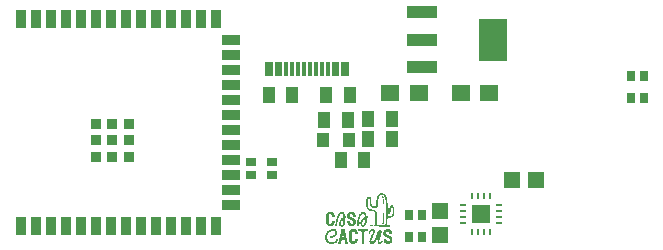
<source format=gtp>
G04 #@! TF.GenerationSoftware,KiCad,Pcbnew,8.0.8-8.0.8-0~ubuntu22.04.1*
G04 #@! TF.CreationDate,2025-02-19T20:45:30+01:00*
G04 #@! TF.ProjectId,kicad_makespace_tutorial,6b696361-645f-46d6-916b-657370616365,v1*
G04 #@! TF.SameCoordinates,Original*
G04 #@! TF.FileFunction,Paste,Top*
G04 #@! TF.FilePolarity,Positive*
%FSLAX46Y46*%
G04 Gerber Fmt 4.6, Leading zero omitted, Abs format (unit mm)*
G04 Created by KiCad (PCBNEW 8.0.8-8.0.8-0~ubuntu22.04.1) date 2025-02-19 20:45:30*
%MOMM*%
%LPD*%
G01*
G04 APERTURE LIST*
%ADD10C,0.000000*%
%ADD11R,0.700000X0.900000*%
%ADD12R,0.900000X0.700000*%
%ADD13R,1.130000X1.380000*%
%ADD14R,0.900000X1.500000*%
%ADD15R,1.500000X0.900000*%
%ADD16R,0.900000X0.900000*%
%ADD17R,1.500000X1.360000*%
%ADD18R,1.000000X1.250000*%
%ADD19R,2.500000X1.100000*%
%ADD20R,2.340000X3.600000*%
%ADD21R,0.300000X1.300000*%
%ADD22R,1.410000X1.350000*%
%ADD23R,1.350000X1.410000*%
%ADD24R,0.600000X0.250000*%
%ADD25R,0.250000X0.600000*%
%ADD26R,1.500000X1.500000*%
%ADD27R,1.000000X1.400000*%
G04 APERTURE END LIST*
D10*
G04 #@! TO.C,G\u002A\u002A\u002A*
G36*
X37732384Y-19674971D02*
G01*
X37753902Y-19675525D01*
X37768439Y-19676998D01*
X37778433Y-19679837D01*
X37786319Y-19684491D01*
X37794536Y-19691410D01*
X37795400Y-19692182D01*
X37807852Y-19705224D01*
X37813466Y-19718386D01*
X37814759Y-19737126D01*
X37813417Y-19756108D01*
X37807713Y-19769222D01*
X37795400Y-19782069D01*
X37787030Y-19789221D01*
X37779215Y-19794066D01*
X37769520Y-19797055D01*
X37755506Y-19798635D01*
X37734738Y-19799256D01*
X37704777Y-19799366D01*
X37701447Y-19799366D01*
X37626852Y-19799366D01*
X37606698Y-19779212D01*
X37593008Y-19762816D01*
X37587229Y-19747160D01*
X37586544Y-19737126D01*
X37589031Y-19719741D01*
X37598106Y-19704376D01*
X37606698Y-19695039D01*
X37626852Y-19674885D01*
X37701447Y-19674885D01*
X37732384Y-19674971D01*
G37*
G36*
X38696198Y-17244416D02*
G01*
X38713945Y-17253669D01*
X38727243Y-17270476D01*
X38736783Y-17295969D01*
X38743262Y-17331282D01*
X38746199Y-17360530D01*
X38747558Y-17390767D01*
X38745430Y-17412186D01*
X38738874Y-17427546D01*
X38726945Y-17439609D01*
X38716866Y-17446382D01*
X38701857Y-17454232D01*
X38688497Y-17456615D01*
X38670715Y-17454455D01*
X38667596Y-17453856D01*
X38648469Y-17444540D01*
X38634394Y-17424935D01*
X38625207Y-17394781D01*
X38623282Y-17382927D01*
X38618352Y-17346620D01*
X38615005Y-17320108D01*
X38613328Y-17301427D01*
X38613408Y-17288611D01*
X38615330Y-17279695D01*
X38619180Y-17272715D01*
X38625044Y-17265705D01*
X38628590Y-17261764D01*
X38642239Y-17248649D01*
X38655635Y-17242835D01*
X38673305Y-17241583D01*
X38696198Y-17244416D01*
G37*
G36*
X38707475Y-17506270D02*
G01*
X38729697Y-17511240D01*
X38736004Y-17513994D01*
X38746042Y-17519973D01*
X38754155Y-17527303D01*
X38760581Y-17537267D01*
X38765561Y-17551147D01*
X38769333Y-17570224D01*
X38772136Y-17595780D01*
X38774210Y-17629096D01*
X38775793Y-17671456D01*
X38777126Y-17724139D01*
X38777376Y-17735680D01*
X38778390Y-17789266D01*
X38778837Y-17832266D01*
X38778609Y-17865942D01*
X38777602Y-17891553D01*
X38775709Y-17910362D01*
X38772825Y-17923628D01*
X38768843Y-17932612D01*
X38763657Y-17938576D01*
X38760106Y-17941117D01*
X38741065Y-17948220D01*
X38717518Y-17951023D01*
X38697497Y-17948996D01*
X38680421Y-17941417D01*
X38667859Y-17931633D01*
X38664435Y-17927050D01*
X38661706Y-17920778D01*
X38659549Y-17911404D01*
X38657842Y-17897515D01*
X38656462Y-17877700D01*
X38655286Y-17850547D01*
X38654193Y-17814643D01*
X38653061Y-17768576D01*
X38652822Y-17758159D01*
X38651683Y-17714425D01*
X38650351Y-17673528D01*
X38648905Y-17637288D01*
X38647425Y-17607521D01*
X38645992Y-17586045D01*
X38644734Y-17574915D01*
X38643951Y-17551315D01*
X38649932Y-17529695D01*
X38661351Y-17514070D01*
X38665801Y-17511065D01*
X38684241Y-17506131D01*
X38707475Y-17506270D01*
G37*
G36*
X38748409Y-18640309D02*
G01*
X38770063Y-18646713D01*
X38787866Y-18657502D01*
X38795417Y-18666496D01*
X38797089Y-18675472D01*
X38798538Y-18694660D01*
X38799751Y-18722416D01*
X38800717Y-18757099D01*
X38801422Y-18797066D01*
X38801853Y-18840675D01*
X38801999Y-18886283D01*
X38801846Y-18932249D01*
X38801381Y-18976930D01*
X38800593Y-19018684D01*
X38799467Y-19055868D01*
X38798581Y-19076192D01*
X38796943Y-19107113D01*
X38794845Y-19144436D01*
X38792405Y-19186244D01*
X38789743Y-19230624D01*
X38786979Y-19275659D01*
X38784233Y-19319433D01*
X38781623Y-19360030D01*
X38779269Y-19395537D01*
X38777292Y-19424035D01*
X38775810Y-19443611D01*
X38775274Y-19449635D01*
X38773434Y-19468947D01*
X38771098Y-19494745D01*
X38768746Y-19521700D01*
X38768573Y-19523730D01*
X38764255Y-19558096D01*
X38757472Y-19582699D01*
X38747308Y-19599529D01*
X38732846Y-19610578D01*
X38727414Y-19613112D01*
X38700646Y-19620577D01*
X38677461Y-19618238D01*
X38665415Y-19612935D01*
X38656342Y-19606997D01*
X38649657Y-19599570D01*
X38645185Y-19589091D01*
X38642754Y-19573999D01*
X38642191Y-19552732D01*
X38643323Y-19523728D01*
X38645977Y-19485427D01*
X38648209Y-19457568D01*
X38659769Y-19302916D01*
X38668245Y-19156751D01*
X38673772Y-19016149D01*
X38676487Y-18878189D01*
X38676728Y-18846544D01*
X38677090Y-18804314D01*
X38677676Y-18765642D01*
X38678440Y-18732219D01*
X38679337Y-18705736D01*
X38680319Y-18687883D01*
X38681247Y-18680570D01*
X38693599Y-18660630D01*
X38712700Y-18645577D01*
X38727607Y-18640120D01*
X38748409Y-18640309D01*
G37*
G36*
X36888703Y-20043519D02*
G01*
X36968989Y-20043723D01*
X37000366Y-20043839D01*
X37387968Y-20045364D01*
X37389587Y-20143170D01*
X37391206Y-20240976D01*
X37271034Y-20240344D01*
X37233691Y-20240383D01*
X37199751Y-20240862D01*
X37171241Y-20241717D01*
X37150190Y-20242884D01*
X37138623Y-20244298D01*
X37137755Y-20244555D01*
X37126084Y-20254428D01*
X37119443Y-20268899D01*
X37118659Y-20277812D01*
X37117981Y-20297689D01*
X37117415Y-20327640D01*
X37116964Y-20366772D01*
X37116633Y-20414196D01*
X37116425Y-20469020D01*
X37116345Y-20530354D01*
X37116397Y-20597306D01*
X37116585Y-20668985D01*
X37116913Y-20744502D01*
X37117082Y-20775038D01*
X37117585Y-20862304D01*
X37117998Y-20938473D01*
X37118308Y-21004304D01*
X37118502Y-21060554D01*
X37118568Y-21107984D01*
X37118491Y-21147350D01*
X37118260Y-21179411D01*
X37117861Y-21204926D01*
X37117282Y-21224653D01*
X37116509Y-21239350D01*
X37115529Y-21249776D01*
X37114330Y-21256689D01*
X37112898Y-21260847D01*
X37111220Y-21263010D01*
X37109284Y-21263935D01*
X37108718Y-21264070D01*
X37099377Y-21264751D01*
X37080306Y-21265178D01*
X37053626Y-21265336D01*
X37021461Y-21265213D01*
X36989333Y-21264845D01*
X36950932Y-21263965D01*
X36919588Y-21262624D01*
X36896604Y-21260910D01*
X36883285Y-21258913D01*
X36880412Y-21257435D01*
X36878303Y-21246175D01*
X36878189Y-21245714D01*
X36877953Y-21239005D01*
X36877710Y-21221330D01*
X36877465Y-21193578D01*
X36877223Y-21156637D01*
X36876986Y-21111397D01*
X36876759Y-21058746D01*
X36876547Y-20999574D01*
X36876352Y-20934769D01*
X36876179Y-20865221D01*
X36876032Y-20791818D01*
X36875967Y-20751888D01*
X36875805Y-20662613D01*
X36875602Y-20584470D01*
X36875342Y-20516734D01*
X36875014Y-20458680D01*
X36874603Y-20409585D01*
X36874097Y-20368723D01*
X36873482Y-20335372D01*
X36872745Y-20308805D01*
X36871873Y-20288301D01*
X36870852Y-20273133D01*
X36869669Y-20262578D01*
X36868311Y-20255912D01*
X36866819Y-20252483D01*
X36863221Y-20248606D01*
X36857787Y-20245667D01*
X36848916Y-20243504D01*
X36835008Y-20241956D01*
X36814464Y-20240860D01*
X36785682Y-20240056D01*
X36747061Y-20239382D01*
X36735191Y-20239208D01*
X36690759Y-20238265D01*
X36654417Y-20236859D01*
X36627164Y-20235053D01*
X36610000Y-20232907D01*
X36604298Y-20231073D01*
X36600922Y-20222437D01*
X36598432Y-20204653D01*
X36596822Y-20180395D01*
X36596086Y-20152338D01*
X36596218Y-20123156D01*
X36597214Y-20095522D01*
X36599066Y-20072112D01*
X36601768Y-20055598D01*
X36604695Y-20049010D01*
X36610175Y-20047568D01*
X36623201Y-20046356D01*
X36644289Y-20045366D01*
X36673955Y-20044592D01*
X36712714Y-20044027D01*
X36761081Y-20043664D01*
X36819572Y-20043497D01*
X36888703Y-20043519D01*
G37*
G36*
X34264628Y-18552646D02*
G01*
X34302635Y-18555603D01*
X34333621Y-18560728D01*
X34341153Y-18562729D01*
X34400953Y-18586455D01*
X34454207Y-18619334D01*
X34499992Y-18660440D01*
X34537389Y-18708845D01*
X34565474Y-18763623D01*
X34577957Y-18800929D01*
X34582023Y-18820996D01*
X34585906Y-18849079D01*
X34589147Y-18881343D01*
X34591181Y-18911700D01*
X34594869Y-18987277D01*
X34478856Y-18987277D01*
X34362844Y-18987277D01*
X34359089Y-18947266D01*
X34351341Y-18891068D01*
X34339418Y-18845389D01*
X34322931Y-18809517D01*
X34301492Y-18782736D01*
X34274713Y-18764333D01*
X34255663Y-18756937D01*
X34217622Y-18750993D01*
X34182388Y-18756120D01*
X34151113Y-18771651D01*
X34124946Y-18796918D01*
X34105040Y-18831254D01*
X34098948Y-18847823D01*
X34093403Y-18867844D01*
X34088854Y-18890250D01*
X34085214Y-18916330D01*
X34082402Y-18947369D01*
X34080331Y-18984654D01*
X34078918Y-19029471D01*
X34078079Y-19083109D01*
X34077729Y-19146853D01*
X34077707Y-19172123D01*
X34077894Y-19237740D01*
X34078514Y-19292883D01*
X34079669Y-19338925D01*
X34081458Y-19377244D01*
X34083985Y-19409213D01*
X34087349Y-19436209D01*
X34091652Y-19459607D01*
X34096996Y-19480783D01*
X34101489Y-19495259D01*
X34115327Y-19530461D01*
X34130918Y-19556187D01*
X34149983Y-19574818D01*
X34166335Y-19584921D01*
X34184927Y-19593054D01*
X34202741Y-19596508D01*
X34225526Y-19596288D01*
X34229738Y-19595999D01*
X34255071Y-19592339D01*
X34277320Y-19585966D01*
X34286030Y-19581909D01*
X34311138Y-19560406D01*
X34330778Y-19528480D01*
X34344896Y-19486257D01*
X34353436Y-19433859D01*
X34354121Y-19426456D01*
X34356587Y-19402264D01*
X34360393Y-19384878D01*
X34367315Y-19373180D01*
X34379130Y-19366049D01*
X34397615Y-19362367D01*
X34424545Y-19361013D01*
X34458224Y-19360861D01*
X34504737Y-19361692D01*
X34540306Y-19364076D01*
X34565756Y-19368130D01*
X34581914Y-19373974D01*
X34588396Y-19379556D01*
X34590786Y-19389608D01*
X34591626Y-19408648D01*
X34591091Y-19433938D01*
X34589355Y-19462737D01*
X34586593Y-19492304D01*
X34582979Y-19519899D01*
X34578687Y-19542783D01*
X34577778Y-19546494D01*
X34556997Y-19604711D01*
X34526857Y-19656374D01*
X34488202Y-19700968D01*
X34441875Y-19737980D01*
X34388718Y-19766894D01*
X34329576Y-19787196D01*
X34265291Y-19798371D01*
X34196706Y-19799904D01*
X34166479Y-19797513D01*
X34101452Y-19784965D01*
X34042215Y-19762484D01*
X33989507Y-19730714D01*
X33944067Y-19690302D01*
X33906633Y-19641892D01*
X33877943Y-19586130D01*
X33860084Y-19529658D01*
X33857705Y-19517773D01*
X33855710Y-19503546D01*
X33854058Y-19485835D01*
X33852708Y-19463502D01*
X33851619Y-19435405D01*
X33850749Y-19400406D01*
X33850059Y-19357364D01*
X33849507Y-19305139D01*
X33849053Y-19242591D01*
X33848911Y-19218456D01*
X33848589Y-19138701D01*
X33848608Y-19069800D01*
X33849017Y-19010756D01*
X33849864Y-18960572D01*
X33851197Y-18918251D01*
X33853063Y-18882795D01*
X33855510Y-18853207D01*
X33858586Y-18828490D01*
X33862340Y-18807646D01*
X33866818Y-18789678D01*
X33869986Y-18779525D01*
X33894379Y-18725206D01*
X33928633Y-18676452D01*
X33971697Y-18634202D01*
X34022517Y-18599395D01*
X34080040Y-18572970D01*
X34113367Y-18562556D01*
X34143969Y-18556812D01*
X34181746Y-18553248D01*
X34223149Y-18551860D01*
X34264628Y-18552646D01*
G37*
G36*
X36238080Y-20023654D02*
G01*
X36302962Y-20037767D01*
X36361073Y-20060990D01*
X36411969Y-20093077D01*
X36455204Y-20133783D01*
X36490336Y-20182863D01*
X36501292Y-20203301D01*
X36520855Y-20249068D01*
X36533834Y-20295027D01*
X36541012Y-20344854D01*
X36543174Y-20399541D01*
X36543277Y-20463263D01*
X36427502Y-20463263D01*
X36385109Y-20463069D01*
X36353396Y-20462438D01*
X36331195Y-20461297D01*
X36317335Y-20459571D01*
X36310648Y-20457188D01*
X36309659Y-20455854D01*
X36307984Y-20446874D01*
X36305309Y-20429352D01*
X36302115Y-20406511D01*
X36300924Y-20397546D01*
X36292387Y-20347080D01*
X36280919Y-20307078D01*
X36265685Y-20276339D01*
X36245850Y-20253658D01*
X36220579Y-20237833D01*
X36189036Y-20227660D01*
X36182028Y-20226221D01*
X36144898Y-20224730D01*
X36110791Y-20234007D01*
X36081481Y-20253032D01*
X36058739Y-20280784D01*
X36048241Y-20303239D01*
X36041661Y-20322503D01*
X36036207Y-20340795D01*
X36031772Y-20359444D01*
X36028253Y-20379778D01*
X36025544Y-20403124D01*
X36023542Y-20430809D01*
X36022142Y-20464163D01*
X36021239Y-20504511D01*
X36020728Y-20553183D01*
X36020506Y-20611506D01*
X36020466Y-20655912D01*
X36020555Y-20723799D01*
X36020930Y-20781067D01*
X36021708Y-20828952D01*
X36023006Y-20868690D01*
X36024941Y-20901516D01*
X36027629Y-20928667D01*
X36031187Y-20951377D01*
X36035732Y-20970882D01*
X36041381Y-20988418D01*
X36048250Y-21005220D01*
X36054790Y-21019143D01*
X36075833Y-21049736D01*
X36104128Y-21071377D01*
X36138689Y-21083640D01*
X36178527Y-21086097D01*
X36202516Y-21083080D01*
X36227009Y-21073175D01*
X36250551Y-21054303D01*
X36270315Y-21029199D01*
X36281433Y-21006665D01*
X36286684Y-20991563D01*
X36290818Y-20976814D01*
X36294380Y-20959640D01*
X36297913Y-20937265D01*
X36301963Y-20906913D01*
X36303712Y-20893018D01*
X36307013Y-20874312D01*
X36311251Y-20860065D01*
X36313443Y-20855971D01*
X36319712Y-20852982D01*
X36333673Y-20850827D01*
X36356444Y-20849427D01*
X36389141Y-20848705D01*
X36419291Y-20848561D01*
X36455996Y-20848638D01*
X36482725Y-20849015D01*
X36501361Y-20849910D01*
X36513782Y-20851541D01*
X36521870Y-20854126D01*
X36527505Y-20857883D01*
X36531191Y-20861534D01*
X36538768Y-20873211D01*
X36542697Y-20889826D01*
X36543878Y-20910437D01*
X36541820Y-20975265D01*
X36532864Y-21031878D01*
X36516321Y-21082158D01*
X36491503Y-21127987D01*
X36457721Y-21171248D01*
X36442744Y-21187049D01*
X36396415Y-21227151D01*
X36346594Y-21256797D01*
X36290889Y-21277278D01*
X36263445Y-21283811D01*
X36222807Y-21289591D01*
X36176394Y-21292171D01*
X36128987Y-21291550D01*
X36085365Y-21287723D01*
X36063137Y-21283917D01*
X36004145Y-21265571D01*
X35949549Y-21237388D01*
X35900927Y-21200570D01*
X35859862Y-21156316D01*
X35827933Y-21105826D01*
X35827524Y-21105012D01*
X35815531Y-21078961D01*
X35806155Y-21053044D01*
X35798921Y-21024932D01*
X35793354Y-20992298D01*
X35788977Y-20952813D01*
X35785313Y-20904148D01*
X35784800Y-20895982D01*
X35783385Y-20864173D01*
X35782387Y-20823005D01*
X35781785Y-20774494D01*
X35781561Y-20720653D01*
X35781695Y-20663498D01*
X35782168Y-20605041D01*
X35782961Y-20547297D01*
X35784055Y-20492280D01*
X35785429Y-20442005D01*
X35787066Y-20398485D01*
X35788945Y-20363736D01*
X35790035Y-20349541D01*
X35800322Y-20281866D01*
X35818599Y-20222679D01*
X35845263Y-20171364D01*
X35880710Y-20127304D01*
X35925337Y-20089883D01*
X35976421Y-20060008D01*
X36025623Y-20039409D01*
X36075836Y-20026295D01*
X36130737Y-20019870D01*
X36166871Y-20018895D01*
X36238080Y-20023654D01*
G37*
G36*
X34557737Y-20022888D02*
G01*
X34615112Y-20038136D01*
X34665190Y-20061106D01*
X34709226Y-20092325D01*
X34734950Y-20117019D01*
X34772158Y-20164982D01*
X34798993Y-20217388D01*
X34815502Y-20273035D01*
X34821734Y-20330717D01*
X34817739Y-20389233D01*
X34803566Y-20447376D01*
X34779264Y-20503944D01*
X34744881Y-20557732D01*
X34715604Y-20592280D01*
X34662329Y-20640138D01*
X34599729Y-20680771D01*
X34527914Y-20714136D01*
X34446992Y-20740191D01*
X34357071Y-20758891D01*
X34271503Y-20769153D01*
X34225564Y-20773000D01*
X34225564Y-20714107D01*
X34225964Y-20684942D01*
X34228186Y-20663006D01*
X34233759Y-20646868D01*
X34244214Y-20635096D01*
X34261080Y-20626258D01*
X34285889Y-20618923D01*
X34320170Y-20611660D01*
X34338924Y-20608066D01*
X34403922Y-20592769D01*
X34460099Y-20572624D01*
X34509957Y-20546300D01*
X34555996Y-20512463D01*
X34600718Y-20469780D01*
X34602972Y-20467381D01*
X34633218Y-20428651D01*
X34651713Y-20389448D01*
X34658561Y-20349297D01*
X34653867Y-20307726D01*
X34644395Y-20279035D01*
X34622574Y-20237564D01*
X34594880Y-20205664D01*
X34560768Y-20183059D01*
X34519691Y-20169476D01*
X34471102Y-20164639D01*
X34422498Y-20167308D01*
X34391581Y-20171666D01*
X34358380Y-20177748D01*
X34329617Y-20184310D01*
X34327279Y-20184935D01*
X34258947Y-20209575D01*
X34194554Y-20244831D01*
X34134920Y-20289879D01*
X34080862Y-20343898D01*
X34033201Y-20406065D01*
X33992755Y-20475558D01*
X33960344Y-20551554D01*
X33959406Y-20554206D01*
X33951082Y-20578394D01*
X33945287Y-20597633D01*
X33941563Y-20615082D01*
X33939454Y-20633899D01*
X33938503Y-20657241D01*
X33938251Y-20688266D01*
X33938243Y-20700370D01*
X33938365Y-20734505D01*
X33939039Y-20759951D01*
X33940726Y-20779874D01*
X33943886Y-20797440D01*
X33948981Y-20815816D01*
X33956472Y-20838167D01*
X33959618Y-20847153D01*
X33989335Y-20917925D01*
X34025500Y-20979920D01*
X34067694Y-21032668D01*
X34115500Y-21075701D01*
X34168498Y-21108547D01*
X34206639Y-21124599D01*
X34272382Y-21141730D01*
X34339559Y-21148479D01*
X34406496Y-21145138D01*
X34471520Y-21132000D01*
X34532957Y-21109357D01*
X34589134Y-21077501D01*
X34622043Y-21051988D01*
X34660383Y-21012973D01*
X34696615Y-20965695D01*
X34728091Y-20913731D01*
X34736331Y-20897516D01*
X34747239Y-20875699D01*
X34756587Y-20858237D01*
X34762974Y-20847696D01*
X34764583Y-20845843D01*
X34771798Y-20846331D01*
X34787739Y-20849858D01*
X34809855Y-20855803D01*
X34829305Y-20861581D01*
X34858202Y-20870785D01*
X34877004Y-20878746D01*
X34886927Y-20887782D01*
X34889183Y-20900212D01*
X34884986Y-20918352D01*
X34875552Y-20944522D01*
X34874377Y-20947641D01*
X34844141Y-21011771D01*
X34803745Y-21072236D01*
X34754627Y-21127834D01*
X34698222Y-21177363D01*
X34635970Y-21219619D01*
X34569305Y-21253402D01*
X34499666Y-21277509D01*
X34472364Y-21283957D01*
X34424981Y-21291191D01*
X34372426Y-21295090D01*
X34319633Y-21295504D01*
X34271534Y-21292286D01*
X34257823Y-21290446D01*
X34178215Y-21272286D01*
X34103265Y-21243540D01*
X34033807Y-21204843D01*
X33970675Y-21156831D01*
X33914704Y-21100139D01*
X33866726Y-21035403D01*
X33827577Y-20963259D01*
X33827141Y-20962299D01*
X33801988Y-20893767D01*
X33785302Y-20819240D01*
X33777186Y-20741127D01*
X33777748Y-20661839D01*
X33787092Y-20583787D01*
X33805325Y-20509380D01*
X33807075Y-20503947D01*
X33838315Y-20426094D01*
X33878960Y-20352703D01*
X33927974Y-20284514D01*
X33984319Y-20222269D01*
X34046959Y-20166708D01*
X34114857Y-20118572D01*
X34186976Y-20078602D01*
X34262278Y-20047538D01*
X34339727Y-20026122D01*
X34418285Y-20015094D01*
X34491814Y-20014835D01*
X34557737Y-20022888D01*
G37*
G36*
X35329831Y-20042442D02*
G01*
X35359475Y-20042697D01*
X35380750Y-20043353D01*
X35395399Y-20044600D01*
X35405168Y-20046629D01*
X35411798Y-20049629D01*
X35417033Y-20053791D01*
X35419844Y-20056538D01*
X35430405Y-20071396D01*
X35439267Y-20090960D01*
X35441002Y-20096549D01*
X35443071Y-20104777D01*
X35447695Y-20123563D01*
X35454642Y-20151944D01*
X35463678Y-20188956D01*
X35474568Y-20233636D01*
X35487078Y-20285020D01*
X35500975Y-20342144D01*
X35516025Y-20404045D01*
X35531994Y-20469759D01*
X35548648Y-20538323D01*
X35565754Y-20608772D01*
X35583077Y-20680142D01*
X35600383Y-20751472D01*
X35617439Y-20821795D01*
X35634010Y-20890150D01*
X35649864Y-20955572D01*
X35664765Y-21017098D01*
X35678481Y-21073763D01*
X35690777Y-21124605D01*
X35701419Y-21168660D01*
X35710174Y-21204963D01*
X35716808Y-21232552D01*
X35721086Y-21250462D01*
X35722408Y-21256087D01*
X35725486Y-21269424D01*
X35610703Y-21269424D01*
X35570748Y-21269338D01*
X35540959Y-21268978D01*
X35519648Y-21268194D01*
X35505127Y-21266835D01*
X35495707Y-21264752D01*
X35489699Y-21261794D01*
X35485856Y-21258304D01*
X35480687Y-21247614D01*
X35474087Y-21225588D01*
X35466162Y-21192647D01*
X35457019Y-21149209D01*
X35452548Y-21126414D01*
X35442765Y-21075652D01*
X35434899Y-21035265D01*
X35428626Y-21003984D01*
X35423621Y-20980544D01*
X35419560Y-20963678D01*
X35416120Y-20952117D01*
X35412974Y-20944596D01*
X35409800Y-20939846D01*
X35406272Y-20936602D01*
X35403433Y-20934557D01*
X35395548Y-20930892D01*
X35382877Y-20928323D01*
X35363620Y-20926693D01*
X35335979Y-20925845D01*
X35301433Y-20925621D01*
X35262436Y-20925876D01*
X35233570Y-20927108D01*
X35213118Y-20930013D01*
X35199359Y-20935286D01*
X35190573Y-20943626D01*
X35185041Y-20955728D01*
X35181043Y-20972289D01*
X35180592Y-20974573D01*
X35177626Y-20989828D01*
X35172860Y-21014431D01*
X35166739Y-21046088D01*
X35159705Y-21082504D01*
X35152203Y-21121386D01*
X35150518Y-21130125D01*
X35141342Y-21176262D01*
X35133659Y-21211562D01*
X35127237Y-21236916D01*
X35121848Y-21253218D01*
X35117261Y-21261358D01*
X35116517Y-21262015D01*
X35108493Y-21264874D01*
X35092536Y-21266986D01*
X35067647Y-21268408D01*
X35032827Y-21269201D01*
X34991420Y-21269424D01*
X34876321Y-21269424D01*
X34880437Y-21253123D01*
X34882495Y-21244734D01*
X34887105Y-21225799D01*
X34894028Y-21197293D01*
X34903029Y-21160194D01*
X34913870Y-21115479D01*
X34926315Y-21064123D01*
X34940127Y-21007103D01*
X34955069Y-20945397D01*
X34970905Y-20879979D01*
X34981378Y-20836706D01*
X34998152Y-20767390D01*
X35008633Y-20724080D01*
X35229259Y-20724080D01*
X35301289Y-20724080D01*
X35373319Y-20724080D01*
X35340593Y-20552094D01*
X35331021Y-20502925D01*
X35322393Y-20460863D01*
X35314922Y-20426834D01*
X35308820Y-20401767D01*
X35304299Y-20386589D01*
X35301686Y-20382166D01*
X35297906Y-20388531D01*
X35292973Y-20403847D01*
X35287705Y-20425375D01*
X35285303Y-20437081D01*
X35280854Y-20460046D01*
X35274699Y-20491691D01*
X35267413Y-20529065D01*
X35259573Y-20569215D01*
X35252180Y-20607009D01*
X35229259Y-20724080D01*
X35008633Y-20724080D01*
X35014555Y-20699610D01*
X35030302Y-20634544D01*
X35045108Y-20573371D01*
X35058687Y-20517269D01*
X35070753Y-20467418D01*
X35081023Y-20424995D01*
X35089209Y-20391180D01*
X35095028Y-20367151D01*
X35096874Y-20359529D01*
X35105168Y-20325264D01*
X35115155Y-20283941D01*
X35125757Y-20240031D01*
X35135893Y-20198003D01*
X35139108Y-20184664D01*
X35147383Y-20150443D01*
X35155129Y-20118646D01*
X35161737Y-20091758D01*
X35166597Y-20072264D01*
X35168558Y-20064629D01*
X35174446Y-20042400D01*
X35290076Y-20042400D01*
X35329831Y-20042442D01*
G37*
G36*
X36081390Y-18550042D02*
G01*
X36152193Y-18567288D01*
X36209416Y-18590021D01*
X36251744Y-18613828D01*
X36286953Y-18642872D01*
X36315554Y-18678127D01*
X36338054Y-18720568D01*
X36354963Y-18771169D01*
X36366789Y-18830903D01*
X36374041Y-18900745D01*
X36374384Y-18905945D01*
X36375948Y-18937905D01*
X36375793Y-18959762D01*
X36373848Y-18973155D01*
X36371231Y-18978559D01*
X36366238Y-18981935D01*
X36356636Y-18984353D01*
X36340778Y-18985953D01*
X36317020Y-18986872D01*
X36283716Y-18987248D01*
X36267345Y-18987277D01*
X36231469Y-18987225D01*
X36205549Y-18986896D01*
X36187684Y-18986036D01*
X36175976Y-18984387D01*
X36168526Y-18981694D01*
X36163433Y-18977701D01*
X36159231Y-18972704D01*
X36151029Y-18955594D01*
X36144227Y-18927060D01*
X36141042Y-18906026D01*
X36131067Y-18855783D01*
X36115296Y-18815718D01*
X36093496Y-18785541D01*
X36065435Y-18764961D01*
X36030879Y-18753686D01*
X36017496Y-18751911D01*
X35977285Y-18752403D01*
X35944273Y-18762111D01*
X35917770Y-18781403D01*
X35897084Y-18810646D01*
X35893514Y-18817872D01*
X35881397Y-18856882D01*
X35880552Y-18896177D01*
X35890804Y-18933899D01*
X35906955Y-18961797D01*
X35920973Y-18975327D01*
X35945684Y-18992757D01*
X35980672Y-19013846D01*
X36025524Y-19038352D01*
X36079824Y-19066033D01*
X36116486Y-19083930D01*
X36149453Y-19100359D01*
X36182969Y-19118030D01*
X36213482Y-19135011D01*
X36237439Y-19149370D01*
X36240967Y-19151648D01*
X36294659Y-19193224D01*
X36338203Y-19240432D01*
X36371332Y-19292643D01*
X36393779Y-19349230D01*
X36405276Y-19409565D01*
X36405559Y-19473018D01*
X36398262Y-19522218D01*
X36387450Y-19558272D01*
X36370339Y-19598160D01*
X36349148Y-19637470D01*
X36326099Y-19671789D01*
X36317879Y-19681951D01*
X36292333Y-19706846D01*
X36259430Y-19731970D01*
X36223276Y-19754543D01*
X36187981Y-19771786D01*
X36181196Y-19774421D01*
X36136404Y-19786980D01*
X36084810Y-19795046D01*
X36030692Y-19798343D01*
X35978328Y-19796596D01*
X35935351Y-19790289D01*
X35872698Y-19771383D01*
X35818387Y-19744085D01*
X35772497Y-19708505D01*
X35735109Y-19664754D01*
X35706303Y-19612942D01*
X35686160Y-19553180D01*
X35674760Y-19485579D01*
X35671990Y-19427614D01*
X35672257Y-19401243D01*
X35673442Y-19384270D01*
X35675985Y-19374249D01*
X35680326Y-19368732D01*
X35682860Y-19367133D01*
X35692427Y-19365105D01*
X35711474Y-19363429D01*
X35737630Y-19362231D01*
X35768523Y-19361643D01*
X35784248Y-19361614D01*
X35822707Y-19361903D01*
X35850993Y-19363090D01*
X35870793Y-19366157D01*
X35883788Y-19372085D01*
X35891663Y-19381857D01*
X35896101Y-19396452D01*
X35898786Y-19416853D01*
X35899952Y-19429056D01*
X35908269Y-19480610D01*
X35922587Y-19522655D01*
X35942754Y-19554883D01*
X35968618Y-19576983D01*
X35973685Y-19579769D01*
X36012123Y-19593517D01*
X36049879Y-19596308D01*
X36085381Y-19589003D01*
X36117052Y-19572467D01*
X36143320Y-19547563D01*
X36162610Y-19515153D01*
X36173348Y-19476103D01*
X36174111Y-19469851D01*
X36175045Y-19448386D01*
X36171838Y-19430320D01*
X36163284Y-19409465D01*
X36161719Y-19406231D01*
X36151652Y-19389012D01*
X36138135Y-19372572D01*
X36119867Y-19355928D01*
X36095549Y-19338100D01*
X36063880Y-19318106D01*
X36023562Y-19294963D01*
X35990331Y-19276814D01*
X35955939Y-19258301D01*
X35919771Y-19238839D01*
X35885519Y-19220415D01*
X35856874Y-19205013D01*
X35849741Y-19201180D01*
X35790115Y-19165876D01*
X35741562Y-19129542D01*
X35703301Y-19091082D01*
X35674552Y-19049402D01*
X35654533Y-19003407D01*
X35642463Y-18952001D01*
X35637914Y-18904290D01*
X35639741Y-18837096D01*
X35651430Y-18776479D01*
X35672962Y-18722468D01*
X35704318Y-18675091D01*
X35745479Y-18634376D01*
X35796426Y-18600350D01*
X35857140Y-18573042D01*
X35867900Y-18569250D01*
X35939047Y-18551011D01*
X36010276Y-18544613D01*
X36081390Y-18550042D01*
G37*
G36*
X39147084Y-20018862D02*
G01*
X39215855Y-20030326D01*
X39275151Y-20048691D01*
X39325321Y-20074220D01*
X39366711Y-20107177D01*
X39399671Y-20147823D01*
X39424547Y-20196423D01*
X39438321Y-20239070D01*
X39442353Y-20258795D01*
X39446780Y-20286845D01*
X39451199Y-20319788D01*
X39455204Y-20354193D01*
X39458391Y-20386629D01*
X39460356Y-20413663D01*
X39460768Y-20429590D01*
X39460095Y-20440860D01*
X39457553Y-20449288D01*
X39451633Y-20455286D01*
X39440825Y-20459266D01*
X39423619Y-20461642D01*
X39398506Y-20462824D01*
X39363975Y-20463226D01*
X39337440Y-20463263D01*
X39228504Y-20463263D01*
X39228387Y-20438071D01*
X39225591Y-20393158D01*
X39218111Y-20350115D01*
X39206680Y-20311561D01*
X39192029Y-20280112D01*
X39179312Y-20262702D01*
X39151766Y-20241281D01*
X39117799Y-20227338D01*
X39080856Y-20221774D01*
X39044381Y-20225490D01*
X39040798Y-20226433D01*
X39009161Y-20241013D01*
X38984169Y-20264187D01*
X38966579Y-20294259D01*
X38957150Y-20329532D01*
X38956641Y-20368309D01*
X38963054Y-20400335D01*
X38969148Y-20416490D01*
X38978109Y-20431547D01*
X38991015Y-20446284D01*
X39008947Y-20461477D01*
X39032982Y-20477905D01*
X39064200Y-20496345D01*
X39103680Y-20517575D01*
X39152501Y-20542373D01*
X39176990Y-20554501D01*
X39233013Y-20582564D01*
X39279427Y-20607027D01*
X39317575Y-20628828D01*
X39348799Y-20648908D01*
X39374443Y-20668205D01*
X39395850Y-20687659D01*
X39414362Y-20708210D01*
X39431321Y-20730795D01*
X39433475Y-20733919D01*
X39452968Y-20764100D01*
X39467066Y-20790915D01*
X39476598Y-20817388D01*
X39482396Y-20846542D01*
X39485289Y-20881401D01*
X39486106Y-20924988D01*
X39486107Y-20925621D01*
X39485954Y-20960565D01*
X39485186Y-20986624D01*
X39483437Y-21006764D01*
X39480343Y-21023951D01*
X39475541Y-21041154D01*
X39469854Y-21057972D01*
X39443014Y-21117998D01*
X39407776Y-21169748D01*
X39364445Y-21212938D01*
X39313327Y-21247283D01*
X39254724Y-21272496D01*
X39234432Y-21278591D01*
X39209520Y-21283406D01*
X39176433Y-21287098D01*
X39138810Y-21289518D01*
X39100291Y-21290519D01*
X39064517Y-21289951D01*
X39035126Y-21287664D01*
X39030111Y-21286952D01*
X38965734Y-21271866D01*
X38909385Y-21248180D01*
X38861168Y-21215965D01*
X38821189Y-21175291D01*
X38789552Y-21126229D01*
X38787843Y-21122863D01*
X38769854Y-21081429D01*
X38757090Y-21038280D01*
X38748755Y-20990056D01*
X38744351Y-20938945D01*
X38742686Y-20908928D01*
X38742461Y-20886410D01*
X38745103Y-20870315D01*
X38752042Y-20859569D01*
X38764706Y-20853096D01*
X38784525Y-20849818D01*
X38812927Y-20848662D01*
X38851341Y-20848551D01*
X38864401Y-20848561D01*
X38966746Y-20848561D01*
X38969811Y-20864862D01*
X38972120Y-20879794D01*
X38974826Y-20901015D01*
X38976578Y-20916729D01*
X38985618Y-20970101D01*
X39000606Y-21013260D01*
X39021604Y-21046284D01*
X39048677Y-21069252D01*
X39081887Y-21082242D01*
X39112915Y-21085504D01*
X39155697Y-21080882D01*
X39191463Y-21066808D01*
X39219997Y-21043425D01*
X39241079Y-21010873D01*
X39246034Y-20999033D01*
X39255936Y-20962250D01*
X39256011Y-20929143D01*
X39245790Y-20898041D01*
X39224803Y-20867273D01*
X39202515Y-20844156D01*
X39188626Y-20831931D01*
X39173189Y-20820153D01*
X39154589Y-20807855D01*
X39131209Y-20794070D01*
X39101433Y-20777828D01*
X39063646Y-20758162D01*
X39032573Y-20742351D01*
X38993504Y-20722367D01*
X38955694Y-20702618D01*
X38921167Y-20684192D01*
X38891947Y-20668176D01*
X38870057Y-20655659D01*
X38860990Y-20650091D01*
X38810105Y-20610730D01*
X38769335Y-20565235D01*
X38738789Y-20513831D01*
X38718574Y-20456741D01*
X38708800Y-20394191D01*
X38708852Y-20335819D01*
X38717205Y-20272615D01*
X38733560Y-20217446D01*
X38758409Y-20169170D01*
X38792244Y-20126649D01*
X38804237Y-20114828D01*
X38850909Y-20079001D01*
X38905493Y-20050750D01*
X38966440Y-20030510D01*
X39032202Y-20018714D01*
X39101229Y-20015796D01*
X39147084Y-20018862D01*
G37*
G36*
X35247219Y-18552087D02*
G01*
X35290172Y-18565680D01*
X35329364Y-18589378D01*
X35347941Y-18605835D01*
X35365567Y-18625650D01*
X35381595Y-18648742D01*
X35396641Y-18676524D01*
X35411323Y-18710412D01*
X35426256Y-18751819D01*
X35442059Y-18802160D01*
X35458209Y-18858717D01*
X35468981Y-18895550D01*
X35478534Y-18923807D01*
X35486479Y-18942428D01*
X35491774Y-18949960D01*
X35504187Y-18954303D01*
X35525898Y-18956958D01*
X35547873Y-18957639D01*
X35568275Y-18957715D01*
X35582415Y-18959151D01*
X35591335Y-18963763D01*
X35596076Y-18973365D01*
X35597678Y-18989772D01*
X35597184Y-19014798D01*
X35596009Y-19041537D01*
X35593488Y-19098761D01*
X35566092Y-19102870D01*
X35536698Y-19109783D01*
X35515258Y-19120093D01*
X35503615Y-19132894D01*
X35503250Y-19133768D01*
X35501521Y-19143114D01*
X35499431Y-19162015D01*
X35497187Y-19188185D01*
X35494994Y-19219338D01*
X35493802Y-19239203D01*
X35490835Y-19290337D01*
X35488144Y-19331956D01*
X35485503Y-19366391D01*
X35482686Y-19395971D01*
X35479466Y-19423025D01*
X35475617Y-19449885D01*
X35470913Y-19478879D01*
X35469985Y-19484345D01*
X35453066Y-19563090D01*
X35430900Y-19632220D01*
X35403657Y-19691515D01*
X35371505Y-19740757D01*
X35334614Y-19779725D01*
X35293154Y-19808202D01*
X35247292Y-19825967D01*
X35201324Y-19832663D01*
X35176296Y-19832764D01*
X35152597Y-19831279D01*
X35136748Y-19828809D01*
X35094167Y-19812123D01*
X35056000Y-19784920D01*
X35022899Y-19747927D01*
X34995513Y-19701868D01*
X34974623Y-19647901D01*
X34967690Y-19614780D01*
X34963856Y-19573908D01*
X34963297Y-19541513D01*
X35112164Y-19541513D01*
X35114316Y-19585534D01*
X35121920Y-19620511D01*
X35135555Y-19648202D01*
X35153833Y-19668682D01*
X35175224Y-19682804D01*
X35196772Y-19686175D01*
X35218287Y-19680873D01*
X35238827Y-19667672D01*
X35259184Y-19644897D01*
X35278014Y-19614773D01*
X35293973Y-19579525D01*
X35305714Y-19541378D01*
X35307496Y-19533315D01*
X35313646Y-19500877D01*
X35319884Y-19463458D01*
X35326030Y-19422657D01*
X35331904Y-19380071D01*
X35337324Y-19337299D01*
X35342110Y-19295939D01*
X35346080Y-19257590D01*
X35349055Y-19223849D01*
X35350852Y-19196315D01*
X35351292Y-19176586D01*
X35350194Y-19166260D01*
X35349155Y-19165107D01*
X35338600Y-19168500D01*
X35321443Y-19177606D01*
X35300405Y-19190821D01*
X35278210Y-19206537D01*
X35275672Y-19208459D01*
X35231645Y-19248912D01*
X35192804Y-19298175D01*
X35160297Y-19353913D01*
X35135269Y-19413791D01*
X35118868Y-19475473D01*
X35112239Y-19536624D01*
X35112164Y-19541513D01*
X34963297Y-19541513D01*
X34963080Y-19528966D01*
X34965322Y-19483632D01*
X34970538Y-19441589D01*
X34977304Y-19411105D01*
X35005747Y-19331760D01*
X35043618Y-19257290D01*
X35089995Y-19188843D01*
X35143955Y-19127568D01*
X35204577Y-19074613D01*
X35270938Y-19031125D01*
X35290953Y-19020535D01*
X35311225Y-19009704D01*
X35324771Y-18999625D01*
X35332227Y-18988009D01*
X35334229Y-18972566D01*
X35331414Y-18951009D01*
X35324419Y-18921049D01*
X35321636Y-18910218D01*
X35306412Y-18854008D01*
X35292418Y-18808401D01*
X35279072Y-18772284D01*
X35265791Y-18744542D01*
X35251994Y-18724064D01*
X35237100Y-18709734D01*
X35220526Y-18700441D01*
X35210211Y-18696999D01*
X35186396Y-18693759D01*
X35163664Y-18698083D01*
X35140028Y-18710828D01*
X35113503Y-18732852D01*
X35102701Y-18743380D01*
X35067646Y-18782300D01*
X35035549Y-18826046D01*
X35005538Y-18876153D01*
X34976744Y-18934155D01*
X34948295Y-19001585D01*
X34932354Y-19043590D01*
X34903181Y-19131567D01*
X34876712Y-19228302D01*
X34853525Y-19330892D01*
X34834192Y-19436433D01*
X34819291Y-19542022D01*
X34809396Y-19644754D01*
X34807547Y-19673560D01*
X34805308Y-19710922D01*
X34802656Y-19738064D01*
X34798407Y-19756596D01*
X34791381Y-19768129D01*
X34780394Y-19774272D01*
X34764265Y-19776638D01*
X34741811Y-19776835D01*
X34731845Y-19776683D01*
X34705766Y-19776120D01*
X34686521Y-19774312D01*
X34673157Y-19769694D01*
X34664719Y-19760702D01*
X34660251Y-19745770D01*
X34658800Y-19723335D01*
X34659411Y-19691832D01*
X34660701Y-19660066D01*
X34668957Y-19542232D01*
X34683623Y-19424351D01*
X34704289Y-19307855D01*
X34730542Y-19194173D01*
X34761970Y-19084735D01*
X34798161Y-18980973D01*
X34838702Y-18884316D01*
X34883182Y-18796194D01*
X34931189Y-18718038D01*
X34932812Y-18715669D01*
X34971569Y-18666598D01*
X35014195Y-18625614D01*
X35059601Y-18593005D01*
X35106696Y-18569059D01*
X35154391Y-18554065D01*
X35201596Y-18548312D01*
X35247219Y-18552087D01*
G37*
G36*
X37069374Y-18553673D02*
G01*
X37102250Y-18562877D01*
X37131505Y-18578034D01*
X37157743Y-18599943D01*
X37181571Y-18629401D01*
X37203595Y-18667205D01*
X37224420Y-18714155D01*
X37244651Y-18771048D01*
X37264896Y-18838683D01*
X37272290Y-18865761D01*
X37280399Y-18894124D01*
X37288476Y-18918984D01*
X37295592Y-18937684D01*
X37300821Y-18947568D01*
X37300882Y-18947636D01*
X37314801Y-18955811D01*
X37334391Y-18957460D01*
X37357090Y-18956985D01*
X37380932Y-18957040D01*
X37383522Y-18957089D01*
X37408715Y-18957639D01*
X37408715Y-19028771D01*
X37408553Y-19058982D01*
X37407883Y-19079275D01*
X37406421Y-19091585D01*
X37403888Y-19097849D01*
X37400000Y-19100000D01*
X37398341Y-19100138D01*
X37359823Y-19102272D01*
X37332936Y-19106662D01*
X37317671Y-19113309D01*
X37315453Y-19115610D01*
X37311462Y-19127255D01*
X37308607Y-19148489D01*
X37307180Y-19177079D01*
X37307137Y-19179577D01*
X37306577Y-19206957D01*
X37305794Y-19232783D01*
X37304929Y-19252616D01*
X37304658Y-19256986D01*
X37303557Y-19273477D01*
X37302015Y-19297704D01*
X37300290Y-19325570D01*
X37299481Y-19338912D01*
X37290870Y-19430444D01*
X37276646Y-19514061D01*
X37256999Y-19589219D01*
X37232117Y-19655377D01*
X37202191Y-19711991D01*
X37167411Y-19758522D01*
X37144737Y-19780984D01*
X37108713Y-19805530D01*
X37066469Y-19822867D01*
X37021332Y-19832220D01*
X36976629Y-19832815D01*
X36945939Y-19827208D01*
X36900061Y-19808357D01*
X36860839Y-19780004D01*
X36828573Y-19742652D01*
X36803558Y-19696802D01*
X36786093Y-19642957D01*
X36776476Y-19581622D01*
X36774737Y-19541513D01*
X36926086Y-19541513D01*
X36926229Y-19572515D01*
X36927473Y-19594878D01*
X36930245Y-19611800D01*
X36934973Y-19626479D01*
X36938545Y-19634716D01*
X36955672Y-19661439D01*
X36977147Y-19678622D01*
X37001432Y-19685570D01*
X37026988Y-19681588D01*
X37034687Y-19678152D01*
X37059578Y-19658931D01*
X37081868Y-19628336D01*
X37101569Y-19586332D01*
X37118693Y-19532882D01*
X37133252Y-19467951D01*
X37145258Y-19391504D01*
X37153296Y-19319226D01*
X37157534Y-19273755D01*
X37160684Y-19238687D01*
X37162812Y-19212623D01*
X37163984Y-19194168D01*
X37164264Y-19181923D01*
X37163720Y-19174492D01*
X37162417Y-19170477D01*
X37160419Y-19168483D01*
X37160384Y-19168461D01*
X37149896Y-19168451D01*
X37133214Y-19175991D01*
X37112031Y-19189782D01*
X37088039Y-19208521D01*
X37062930Y-19230907D01*
X37038397Y-19255639D01*
X37020499Y-19276025D01*
X36980853Y-19332280D01*
X36952192Y-19391968D01*
X36934170Y-19456065D01*
X36926439Y-19525542D01*
X36926086Y-19541513D01*
X36774737Y-19541513D01*
X36774573Y-19537722D01*
X36780078Y-19465219D01*
X36796413Y-19392605D01*
X36822667Y-19321396D01*
X36857927Y-19253110D01*
X36901281Y-19189264D01*
X36951817Y-19131374D01*
X37008622Y-19080959D01*
X37070785Y-19039534D01*
X37075849Y-19036716D01*
X37109816Y-19016302D01*
X37132764Y-18998258D01*
X37145188Y-18982134D01*
X37147898Y-18971110D01*
X37146276Y-18959968D01*
X37141866Y-18939996D01*
X37135352Y-18913696D01*
X37127420Y-18883573D01*
X37118752Y-18852131D01*
X37110035Y-18821874D01*
X37101951Y-18795307D01*
X37095186Y-18774933D01*
X37092031Y-18766693D01*
X37077223Y-18740295D01*
X37057833Y-18717715D01*
X37036762Y-18701978D01*
X37025617Y-18697368D01*
X36997028Y-18695458D01*
X36966325Y-18704276D01*
X36934379Y-18723074D01*
X36902062Y-18751106D01*
X36870245Y-18787626D01*
X36839800Y-18831888D01*
X36813732Y-18878841D01*
X36769798Y-18976402D01*
X36730581Y-19083696D01*
X36696396Y-19199445D01*
X36667556Y-19322376D01*
X36644375Y-19451211D01*
X36627166Y-19584677D01*
X36619759Y-19667515D01*
X36616185Y-19709307D01*
X36612507Y-19740640D01*
X36608790Y-19761050D01*
X36605100Y-19770073D01*
X36605056Y-19770111D01*
X36595319Y-19773367D01*
X36577320Y-19775724D01*
X36554627Y-19777059D01*
X36530806Y-19777249D01*
X36509425Y-19776172D01*
X36494769Y-19773902D01*
X36483658Y-19768764D01*
X36476394Y-19759017D01*
X36472345Y-19742666D01*
X36470881Y-19717715D01*
X36470966Y-19698596D01*
X36471769Y-19671394D01*
X36473208Y-19639382D01*
X36475075Y-19605965D01*
X36477166Y-19574546D01*
X36479273Y-19548530D01*
X36481004Y-19532622D01*
X36482850Y-19518248D01*
X36485305Y-19497814D01*
X36486761Y-19485200D01*
X36501995Y-19377936D01*
X36523050Y-19271184D01*
X36549388Y-19166527D01*
X36580473Y-19065550D01*
X36615768Y-18969833D01*
X36654736Y-18880961D01*
X36696840Y-18800516D01*
X36741544Y-18730081D01*
X36744063Y-18726535D01*
X36789489Y-18669054D01*
X36835483Y-18623149D01*
X36882500Y-18588542D01*
X36930994Y-18564953D01*
X36981418Y-18552105D01*
X37032269Y-18549624D01*
X37069374Y-18553673D01*
G37*
G36*
X37840747Y-20015999D02*
G01*
X37882557Y-20029438D01*
X37920015Y-20052169D01*
X37951566Y-20083717D01*
X37972827Y-20117619D01*
X37981764Y-20136529D01*
X37987484Y-20151890D01*
X37990678Y-20167362D01*
X37992038Y-20186604D01*
X37992257Y-20213274D01*
X37992223Y-20220126D01*
X37991585Y-20247023D01*
X37989726Y-20272508D01*
X37986237Y-20297787D01*
X37980711Y-20324066D01*
X37972739Y-20352549D01*
X37961914Y-20384442D01*
X37947826Y-20420952D01*
X37930067Y-20463283D01*
X37908229Y-20512641D01*
X37881905Y-20570232D01*
X37851666Y-20635165D01*
X37832518Y-20676157D01*
X37814040Y-20715919D01*
X37797135Y-20752493D01*
X37782705Y-20783921D01*
X37771653Y-20808246D01*
X37765584Y-20821887D01*
X37750878Y-20858774D01*
X37737386Y-20898354D01*
X37725904Y-20937737D01*
X37717226Y-20974032D01*
X37712148Y-21004351D01*
X37711155Y-21019752D01*
X37715404Y-21056368D01*
X37727005Y-21086831D01*
X37744700Y-21110073D01*
X37767230Y-21125029D01*
X37793338Y-21130634D01*
X37821766Y-21125822D01*
X37831524Y-21121726D01*
X37850903Y-21108798D01*
X37873528Y-21088195D01*
X37896901Y-21062611D01*
X37918522Y-21034742D01*
X37933169Y-21012113D01*
X37939717Y-20999457D01*
X37948798Y-20979592D01*
X37960603Y-20952043D01*
X37975322Y-20916335D01*
X37993144Y-20871996D01*
X38014261Y-20818550D01*
X38038862Y-20755525D01*
X38067137Y-20682444D01*
X38099277Y-20598836D01*
X38108070Y-20575889D01*
X38138707Y-20496729D01*
X38166082Y-20428020D01*
X38190641Y-20368954D01*
X38212835Y-20318725D01*
X38233112Y-20276525D01*
X38251921Y-20241546D01*
X38269710Y-20212980D01*
X38286930Y-20190019D01*
X38304028Y-20171857D01*
X38321454Y-20157685D01*
X38339657Y-20146696D01*
X38349148Y-20142161D01*
X38381268Y-20132689D01*
X38417655Y-20129575D01*
X38455143Y-20132375D01*
X38490572Y-20140646D01*
X38520776Y-20153944D01*
X38540030Y-20168923D01*
X38553607Y-20187201D01*
X38563421Y-20209615D01*
X38569370Y-20236792D01*
X38571354Y-20269357D01*
X38569271Y-20307936D01*
X38563021Y-20353155D01*
X38552502Y-20405639D01*
X38537613Y-20466016D01*
X38518254Y-20534911D01*
X38494322Y-20612950D01*
X38465718Y-20700759D01*
X38443574Y-20766288D01*
X38422992Y-20827225D01*
X38406328Y-20878447D01*
X38393231Y-20921299D01*
X38383353Y-20957127D01*
X38376342Y-20987277D01*
X38371851Y-21013092D01*
X38369527Y-21035920D01*
X38368995Y-21053110D01*
X38372470Y-21086142D01*
X38382315Y-21111990D01*
X38397657Y-21129481D01*
X38417622Y-21137446D01*
X38431652Y-21137133D01*
X38455607Y-21129334D01*
X38477311Y-21113386D01*
X38498097Y-21088033D01*
X38516446Y-21057403D01*
X38532746Y-21029636D01*
X38547292Y-21011466D01*
X38562033Y-21001229D01*
X38578919Y-20997261D01*
X38587115Y-20997063D01*
X38600751Y-20999390D01*
X38619873Y-21005132D01*
X38641278Y-21012997D01*
X38661763Y-21021696D01*
X38678123Y-21029937D01*
X38687155Y-21036429D01*
X38687909Y-21037673D01*
X38686355Y-21045477D01*
X38680393Y-21061431D01*
X38670999Y-21083124D01*
X38660533Y-21105325D01*
X38626523Y-21164710D01*
X38587736Y-21213450D01*
X38544282Y-21251425D01*
X38508447Y-21272890D01*
X38487435Y-21282963D01*
X38471393Y-21289129D01*
X38456189Y-21292197D01*
X38437692Y-21292973D01*
X38411769Y-21292263D01*
X38409629Y-21292181D01*
X38379243Y-21290322D01*
X38356254Y-21286883D01*
X38336223Y-21280951D01*
X38318627Y-21273462D01*
X38284717Y-21254649D01*
X38258620Y-21232794D01*
X38239913Y-21206664D01*
X38228169Y-21175027D01*
X38222961Y-21136651D01*
X38223866Y-21090304D01*
X38230456Y-21034752D01*
X38232255Y-21023427D01*
X38239832Y-20979097D01*
X38247608Y-20938039D01*
X38256068Y-20898452D01*
X38265692Y-20858536D01*
X38276965Y-20816491D01*
X38290369Y-20770517D01*
X38306386Y-20718814D01*
X38325499Y-20659581D01*
X38348191Y-20591019D01*
X38348295Y-20590708D01*
X38364702Y-20541361D01*
X38380025Y-20494904D01*
X38393828Y-20452686D01*
X38405675Y-20416054D01*
X38415130Y-20386359D01*
X38421757Y-20364948D01*
X38425122Y-20353171D01*
X38425355Y-20352140D01*
X38425998Y-20338214D01*
X38424078Y-20321185D01*
X38420436Y-20305099D01*
X38415915Y-20293999D01*
X38412698Y-20291361D01*
X38406042Y-20293815D01*
X38393622Y-20299782D01*
X38392422Y-20300399D01*
X38385313Y-20304972D01*
X38378288Y-20311772D01*
X38370943Y-20321729D01*
X38362871Y-20335774D01*
X38353666Y-20354835D01*
X38342923Y-20379843D01*
X38330236Y-20411728D01*
X38315198Y-20451419D01*
X38297403Y-20499846D01*
X38276446Y-20557939D01*
X38260494Y-20602563D01*
X38231905Y-20682369D01*
X38206631Y-20752004D01*
X38184210Y-20812532D01*
X38164184Y-20865022D01*
X38146090Y-20910539D01*
X38129469Y-20950150D01*
X38113860Y-20984921D01*
X38098803Y-21015918D01*
X38083838Y-21044208D01*
X38068503Y-21070858D01*
X38052340Y-21096934D01*
X38036860Y-21120556D01*
X37992853Y-21179652D01*
X37947665Y-21227158D01*
X37901371Y-21263015D01*
X37854048Y-21287163D01*
X37811596Y-21298682D01*
X37791580Y-21301770D01*
X37776666Y-21303772D01*
X37770301Y-21304253D01*
X37763269Y-21303026D01*
X37748265Y-21300549D01*
X37734736Y-21298356D01*
X37692865Y-21287185D01*
X37652125Y-21268233D01*
X37614783Y-21243211D01*
X37583102Y-21213827D01*
X37559350Y-21181792D01*
X37548300Y-21157658D01*
X37540377Y-21120444D01*
X37539159Y-21076318D01*
X37544732Y-21024973D01*
X37557184Y-20966101D01*
X37576601Y-20899394D01*
X37603068Y-20824543D01*
X37636673Y-20741240D01*
X37677502Y-20649178D01*
X37710670Y-20578853D01*
X37739330Y-20518794D01*
X37763041Y-20467705D01*
X37782433Y-20424094D01*
X37798136Y-20386471D01*
X37810780Y-20353345D01*
X37820995Y-20323224D01*
X37826830Y-20303852D01*
X37836145Y-20266575D01*
X37839838Y-20237680D01*
X37837755Y-20215030D01*
X37829743Y-20196487D01*
X37818048Y-20182253D01*
X37805324Y-20171197D01*
X37792678Y-20165729D01*
X37774985Y-20163990D01*
X37767553Y-20163917D01*
X37747269Y-20164856D01*
X37733392Y-20169032D01*
X37720533Y-20178485D01*
X37714794Y-20183883D01*
X37703236Y-20197413D01*
X37687250Y-20219369D01*
X37668080Y-20247771D01*
X37646971Y-20280636D01*
X37625168Y-20315980D01*
X37603914Y-20351821D01*
X37584455Y-20386177D01*
X37568034Y-20417065D01*
X37566406Y-20420288D01*
X37557591Y-20436917D01*
X37550716Y-20448209D01*
X37547796Y-20451408D01*
X37541119Y-20448858D01*
X37526663Y-20442119D01*
X37507124Y-20432554D01*
X37485196Y-20421530D01*
X37463574Y-20410410D01*
X37444954Y-20400560D01*
X37432030Y-20393345D01*
X37427971Y-20390723D01*
X37425856Y-20385487D01*
X37428086Y-20375307D01*
X37435252Y-20358576D01*
X37447945Y-20333686D01*
X37451151Y-20327677D01*
X37489970Y-20258864D01*
X37527270Y-20200516D01*
X37564030Y-20151509D01*
X37601226Y-20110717D01*
X37639838Y-20077017D01*
X37680844Y-20049284D01*
X37704784Y-20036161D01*
X37750304Y-20018887D01*
X37796144Y-20012324D01*
X37840747Y-20015999D01*
G37*
G36*
X38656741Y-16994901D02*
G01*
X38720896Y-17010640D01*
X38779599Y-17036883D01*
X38832863Y-17073643D01*
X38880702Y-17120930D01*
X38923129Y-17178755D01*
X38960160Y-17247129D01*
X38983090Y-17301838D01*
X39000219Y-17354109D01*
X39016211Y-17416135D01*
X39030712Y-17485839D01*
X39043367Y-17561146D01*
X39053819Y-17639980D01*
X39061715Y-17720266D01*
X39066092Y-17786927D01*
X39067641Y-17815815D01*
X39069201Y-17841196D01*
X39070586Y-17860246D01*
X39071572Y-17869915D01*
X39071912Y-17877761D01*
X39072246Y-17896441D01*
X39072568Y-17924933D01*
X39072872Y-17962214D01*
X39073152Y-18007263D01*
X39073403Y-18059059D01*
X39073617Y-18116579D01*
X39073789Y-18178802D01*
X39073913Y-18244706D01*
X39073945Y-18269379D01*
X39074385Y-18656987D01*
X39107232Y-18653597D01*
X39129626Y-18650479D01*
X39148382Y-18645466D01*
X39163885Y-18637537D01*
X39176522Y-18625671D01*
X39186679Y-18608844D01*
X39194742Y-18586035D01*
X39201096Y-18556222D01*
X39206129Y-18518383D01*
X39210225Y-18471496D01*
X39213772Y-18414539D01*
X39216290Y-18364874D01*
X39219736Y-18306440D01*
X39224187Y-18257970D01*
X39229984Y-18217592D01*
X39237469Y-18183433D01*
X39246986Y-18153622D01*
X39258875Y-18126284D01*
X39260453Y-18123130D01*
X39286002Y-18084553D01*
X39318427Y-18055246D01*
X39356780Y-18035808D01*
X39400113Y-18026841D01*
X39413267Y-18026286D01*
X39456972Y-18028960D01*
X39492957Y-18038379D01*
X39523880Y-18055559D01*
X39549451Y-18078362D01*
X39569002Y-18102391D01*
X39585238Y-18130494D01*
X39598596Y-18164106D01*
X39609510Y-18204665D01*
X39618417Y-18253606D01*
X39625751Y-18312367D01*
X39628282Y-18338280D01*
X39635720Y-18445249D01*
X39637457Y-18542176D01*
X39633418Y-18629454D01*
X39623527Y-18707478D01*
X39607709Y-18776642D01*
X39585886Y-18837338D01*
X39557985Y-18889963D01*
X39523927Y-18934908D01*
X39510692Y-18948748D01*
X39465848Y-18985475D01*
X39411592Y-19017249D01*
X39349519Y-19043510D01*
X39281229Y-19063698D01*
X39208317Y-19077252D01*
X39132383Y-19083613D01*
X39125360Y-19083816D01*
X39100056Y-19084667D01*
X39084282Y-19086101D01*
X39075713Y-19088681D01*
X39072024Y-19092969D01*
X39071140Y-19096945D01*
X39070525Y-19106339D01*
X39069668Y-19125566D01*
X39068644Y-19152609D01*
X39067530Y-19185449D01*
X39066401Y-19222070D01*
X39066247Y-19227347D01*
X39064619Y-19272981D01*
X39062229Y-19325595D01*
X39059237Y-19382624D01*
X39055803Y-19441504D01*
X39052085Y-19499671D01*
X39048242Y-19554559D01*
X39044435Y-19603605D01*
X39040821Y-19644244D01*
X39039659Y-19655748D01*
X39037813Y-19677069D01*
X39037150Y-19693349D01*
X39037787Y-19701419D01*
X39037959Y-19701687D01*
X39044532Y-19702618D01*
X39060969Y-19703420D01*
X39085279Y-19704040D01*
X39115473Y-19704424D01*
X39142223Y-19704524D01*
X39180775Y-19704700D01*
X39209285Y-19705332D01*
X39229563Y-19706569D01*
X39243419Y-19708564D01*
X39252662Y-19711469D01*
X39257430Y-19714176D01*
X39273961Y-19732331D01*
X39281976Y-19755479D01*
X39281352Y-19780242D01*
X39271969Y-19803240D01*
X39261086Y-19815667D01*
X39256674Y-19819288D01*
X39251880Y-19822178D01*
X39245422Y-19824414D01*
X39236019Y-19826068D01*
X39222388Y-19827215D01*
X39203248Y-19827929D01*
X39177317Y-19828286D01*
X39143314Y-19828358D01*
X39099956Y-19828220D01*
X39048862Y-19827961D01*
X39003214Y-19827657D01*
X38947799Y-19827184D01*
X38884706Y-19826565D01*
X38816020Y-19825825D01*
X38743830Y-19824987D01*
X38670222Y-19824074D01*
X38597284Y-19823109D01*
X38527104Y-19822117D01*
X38520150Y-19822015D01*
X38453798Y-19821000D01*
X38387254Y-19819917D01*
X38322159Y-19818798D01*
X38260156Y-19817672D01*
X38202887Y-19816572D01*
X38151994Y-19815528D01*
X38109120Y-19814570D01*
X38075906Y-19813730D01*
X38067210Y-19813480D01*
X38026337Y-19812199D01*
X37995619Y-19811001D01*
X37973362Y-19809667D01*
X37957870Y-19807976D01*
X37947447Y-19805709D01*
X37940399Y-19802645D01*
X37935030Y-19798564D01*
X37932356Y-19795986D01*
X37921502Y-19777574D01*
X37917649Y-19753967D01*
X37920791Y-19729529D01*
X37930920Y-19708625D01*
X37932513Y-19706668D01*
X37941973Y-19697506D01*
X37953114Y-19692117D01*
X37969748Y-19689157D01*
X37985862Y-19687864D01*
X38025191Y-19685360D01*
X38026043Y-19444498D01*
X38026331Y-19372126D01*
X38026668Y-19309331D01*
X38027092Y-19253836D01*
X38027638Y-19203362D01*
X38028344Y-19155633D01*
X38029246Y-19108369D01*
X38030381Y-19059294D01*
X38031786Y-19006128D01*
X38033498Y-18946596D01*
X38034766Y-18904290D01*
X38035965Y-18839352D01*
X38035107Y-18784716D01*
X38031925Y-18738963D01*
X38026152Y-18700676D01*
X38017520Y-18668437D01*
X38005761Y-18640827D01*
X37990608Y-18616430D01*
X37977358Y-18599955D01*
X37961004Y-18583411D01*
X37942535Y-18569260D01*
X37920605Y-18557055D01*
X37893866Y-18546353D01*
X37860970Y-18536707D01*
X37820568Y-18527672D01*
X37771314Y-18518802D01*
X37711860Y-18509653D01*
X37698144Y-18507682D01*
X37638488Y-18498462D01*
X37588837Y-18488896D01*
X37547347Y-18478250D01*
X37512173Y-18465791D01*
X37481472Y-18450784D01*
X37453400Y-18432497D01*
X37426112Y-18410196D01*
X37406230Y-18391548D01*
X37380764Y-18364811D01*
X37358508Y-18337076D01*
X37339255Y-18307398D01*
X37322801Y-18274835D01*
X37308942Y-18238445D01*
X37297473Y-18197283D01*
X37288189Y-18150407D01*
X37280885Y-18096874D01*
X37275357Y-18035741D01*
X37271399Y-17966064D01*
X37268808Y-17886900D01*
X37267378Y-17797308D01*
X37267044Y-17750442D01*
X37266967Y-17693728D01*
X37267262Y-17644202D01*
X37412197Y-17644202D01*
X37412313Y-17680230D01*
X37413083Y-17753422D01*
X37414554Y-17824268D01*
X37416659Y-17891534D01*
X37419333Y-17953988D01*
X37422509Y-18010398D01*
X37426118Y-18059532D01*
X37430096Y-18100157D01*
X37434375Y-18131042D01*
X37437580Y-18146464D01*
X37456661Y-18202816D01*
X37482190Y-18249594D01*
X37514697Y-18287496D01*
X37554709Y-18317218D01*
X37575052Y-18327990D01*
X37600995Y-18339352D01*
X37627798Y-18348831D01*
X37657817Y-18357016D01*
X37693408Y-18364496D01*
X37736930Y-18371860D01*
X37770728Y-18376884D01*
X37846068Y-18389232D01*
X37910566Y-18403303D01*
X37965151Y-18419427D01*
X38010754Y-18437932D01*
X38048304Y-18459145D01*
X38078733Y-18483397D01*
X38082383Y-18486958D01*
X38108837Y-18520280D01*
X38132311Y-18563764D01*
X38152251Y-18615969D01*
X38168103Y-18675452D01*
X38178992Y-18738316D01*
X38180118Y-18753489D01*
X38181038Y-18780015D01*
X38181750Y-18817395D01*
X38182251Y-18865129D01*
X38182540Y-18922715D01*
X38182613Y-18989655D01*
X38182468Y-19065448D01*
X38182102Y-19149594D01*
X38181542Y-19237636D01*
X38178243Y-19692498D01*
X38361052Y-19694065D01*
X38418208Y-19694564D01*
X38482069Y-19695138D01*
X38548725Y-19695750D01*
X38614263Y-19696365D01*
X38674774Y-19696945D01*
X38714280Y-19697334D01*
X38765453Y-19697746D01*
X38805865Y-19697821D01*
X38836607Y-19697521D01*
X38858770Y-19696807D01*
X38873445Y-19695643D01*
X38881722Y-19693989D01*
X38884693Y-19691809D01*
X38884749Y-19691406D01*
X38885389Y-19682293D01*
X38887049Y-19664667D01*
X38889417Y-19641798D01*
X38890328Y-19633392D01*
X38893493Y-19601880D01*
X38896672Y-19565838D01*
X38899227Y-19532572D01*
X38899425Y-19529658D01*
X38901343Y-19502882D01*
X38903339Y-19478143D01*
X38905067Y-19459636D01*
X38905526Y-19455562D01*
X38906764Y-19441726D01*
X38908293Y-19419104D01*
X38909925Y-19390759D01*
X38911469Y-19359750D01*
X38911560Y-19357756D01*
X38913192Y-19325173D01*
X38915039Y-19293592D01*
X38916874Y-19266640D01*
X38918454Y-19248094D01*
X38919104Y-19235889D01*
X38919716Y-19212773D01*
X38920286Y-19179691D01*
X38920815Y-19137586D01*
X38921300Y-19087403D01*
X38921741Y-19030085D01*
X38922136Y-18966579D01*
X38922485Y-18897827D01*
X38922601Y-18869605D01*
X39074385Y-18869605D01*
X39074385Y-18959401D01*
X39141072Y-18955934D01*
X39193631Y-18951049D01*
X39245041Y-18942381D01*
X39265574Y-18937606D01*
X39325930Y-18918192D01*
X39376051Y-18893260D01*
X39416523Y-18862141D01*
X39447931Y-18824165D01*
X39470859Y-18778661D01*
X39485893Y-18724961D01*
X39492443Y-18677756D01*
X39494736Y-18654123D01*
X39497045Y-18633368D01*
X39498876Y-18619918D01*
X39498903Y-18619763D01*
X39499850Y-18609522D01*
X39501011Y-18589445D01*
X39502295Y-18561547D01*
X39503611Y-18527842D01*
X39504869Y-18490345D01*
X39505172Y-18480320D01*
X39506303Y-18413684D01*
X39505361Y-18357390D01*
X39502251Y-18310091D01*
X39496884Y-18270438D01*
X39489166Y-18237086D01*
X39488389Y-18234465D01*
X39476168Y-18205730D01*
X39459299Y-18181983D01*
X39439646Y-18164826D01*
X39419070Y-18155856D01*
X39399437Y-18156674D01*
X39398250Y-18157099D01*
X39385966Y-18163944D01*
X39375533Y-18175021D01*
X39366755Y-18191282D01*
X39359438Y-18213681D01*
X39353384Y-18243171D01*
X39348398Y-18280704D01*
X39344284Y-18327233D01*
X39340847Y-18383712D01*
X39337900Y-18450825D01*
X39333788Y-18517240D01*
X39326619Y-18573234D01*
X39315924Y-18619958D01*
X39301231Y-18658560D01*
X39282070Y-18690190D01*
X39257970Y-18715997D01*
X39228460Y-18737131D01*
X39218340Y-18742807D01*
X39188497Y-18756404D01*
X39155305Y-18767937D01*
X39123066Y-18776140D01*
X39096081Y-18779744D01*
X39092795Y-18779810D01*
X39074385Y-18779810D01*
X39074385Y-18869605D01*
X38922601Y-18869605D01*
X38922786Y-18824774D01*
X38922934Y-18779810D01*
X38923037Y-18748364D01*
X38923238Y-18669541D01*
X38923387Y-18589251D01*
X38923484Y-18508436D01*
X38923526Y-18428042D01*
X38923513Y-18349012D01*
X38923443Y-18272291D01*
X38923315Y-18198824D01*
X38923129Y-18129553D01*
X38922882Y-18065425D01*
X38922574Y-18007382D01*
X38922203Y-17956369D01*
X38921769Y-17913331D01*
X38921269Y-17879212D01*
X38920703Y-17854956D01*
X38920268Y-17844375D01*
X38914792Y-17758023D01*
X38908840Y-17682183D01*
X38902222Y-17615511D01*
X38894749Y-17556666D01*
X38886231Y-17504307D01*
X38876478Y-17457093D01*
X38865301Y-17413682D01*
X38854382Y-17378297D01*
X38830025Y-17315232D01*
X38802102Y-17262833D01*
X38769802Y-17220237D01*
X38732317Y-17186580D01*
X38688839Y-17160998D01*
X38638557Y-17142628D01*
X38631998Y-17140860D01*
X38600495Y-17134251D01*
X38571578Y-17132360D01*
X38539900Y-17135072D01*
X38519757Y-17138409D01*
X38469026Y-17153320D01*
X38424642Y-17178189D01*
X38386566Y-17213050D01*
X38354761Y-17257942D01*
X38329190Y-17312900D01*
X38322910Y-17330800D01*
X38314858Y-17360541D01*
X38306633Y-17400552D01*
X38298419Y-17449255D01*
X38290398Y-17505068D01*
X38282755Y-17566414D01*
X38275673Y-17631711D01*
X38269334Y-17699381D01*
X38263923Y-17767845D01*
X38259622Y-17835522D01*
X38256615Y-17900833D01*
X38256555Y-17902517D01*
X38254157Y-17960102D01*
X38251236Y-18007459D01*
X38247445Y-18046211D01*
X38242442Y-18077985D01*
X38235880Y-18104406D01*
X38227416Y-18127098D01*
X38216703Y-18147686D01*
X38203399Y-18167797D01*
X38199013Y-18173762D01*
X38174793Y-18196682D01*
X38140524Y-18214815D01*
X38097083Y-18227976D01*
X38045348Y-18235980D01*
X37986196Y-18238640D01*
X37920504Y-18235771D01*
X37910135Y-18234852D01*
X37844963Y-18225697D01*
X37789035Y-18211039D01*
X37740763Y-18190188D01*
X37698558Y-18162457D01*
X37660831Y-18127158D01*
X37660412Y-18126700D01*
X37637955Y-18099622D01*
X37618803Y-18070629D01*
X37602709Y-18038609D01*
X37589430Y-18002445D01*
X37578722Y-17961023D01*
X37570339Y-17913230D01*
X37564038Y-17857949D01*
X37559572Y-17794067D01*
X37556699Y-17720469D01*
X37555304Y-17647628D01*
X37554582Y-17598414D01*
X37553556Y-17559536D01*
X37551933Y-17529473D01*
X37549419Y-17506704D01*
X37545722Y-17489710D01*
X37540549Y-17476970D01*
X37533606Y-17466964D01*
X37524600Y-17458171D01*
X37517695Y-17452538D01*
X37496589Y-17441331D01*
X37476827Y-17441793D01*
X37458591Y-17453793D01*
X37442061Y-17477203D01*
X37427416Y-17511893D01*
X37425066Y-17519095D01*
X37420418Y-17534863D01*
X37417000Y-17549765D01*
X37414642Y-17565977D01*
X37413170Y-17585671D01*
X37412412Y-17611022D01*
X37412197Y-17644202D01*
X37267262Y-17644202D01*
X37267278Y-17641511D01*
X37267948Y-17595180D01*
X37268947Y-17556123D01*
X37270246Y-17525729D01*
X37271814Y-17505386D01*
X37272329Y-17501480D01*
X37286156Y-17449283D01*
X37310176Y-17400986D01*
X37343074Y-17358403D01*
X37383540Y-17323343D01*
X37414922Y-17304620D01*
X37437087Y-17294476D01*
X37456003Y-17288824D01*
X37477154Y-17286434D01*
X37497629Y-17286041D01*
X37524153Y-17286819D01*
X37544298Y-17289953D01*
X37563482Y-17296639D01*
X37579174Y-17304039D01*
X37619049Y-17329817D01*
X37650977Y-17363571D01*
X37675346Y-17405861D01*
X37692547Y-17457246D01*
X37695732Y-17471380D01*
X37698901Y-17489991D01*
X37701327Y-17512373D01*
X37703085Y-17540137D01*
X37704249Y-17574894D01*
X37704895Y-17618255D01*
X37705097Y-17671829D01*
X37705097Y-17672726D01*
X37705339Y-17717736D01*
X37706018Y-17761676D01*
X37707066Y-17802276D01*
X37708415Y-17837262D01*
X37709997Y-17864363D01*
X37711289Y-17878111D01*
X37721669Y-17933456D01*
X37738131Y-17979176D01*
X37761406Y-18016223D01*
X37792223Y-18045551D01*
X37831312Y-18068111D01*
X37867038Y-18081328D01*
X37887929Y-18087009D01*
X37907275Y-18090338D01*
X37928889Y-18091643D01*
X37956586Y-18091254D01*
X37973816Y-18090531D01*
X38014542Y-18087878D01*
X38045035Y-18084004D01*
X38066894Y-18078470D01*
X38081716Y-18070836D01*
X38091099Y-18060664D01*
X38092695Y-18057842D01*
X38100611Y-18035147D01*
X38106807Y-18001672D01*
X38111176Y-17958382D01*
X38113610Y-17906243D01*
X38114105Y-17865727D01*
X38115138Y-17810307D01*
X38118099Y-17746058D01*
X38122785Y-17675816D01*
X38128993Y-17602414D01*
X38136517Y-17528685D01*
X38141320Y-17487581D01*
X38156510Y-17393164D01*
X38177719Y-17308918D01*
X38205029Y-17234747D01*
X38238526Y-17170558D01*
X38278292Y-17116257D01*
X38324412Y-17071750D01*
X38376970Y-17036944D01*
X38436050Y-17011746D01*
X38501735Y-16996060D01*
X38574110Y-16989793D01*
X38587120Y-16989658D01*
X38656741Y-16994901D01*
G37*
G04 #@! TD*
D11*
G04 #@! TO.C,LED5*
X59650000Y-8920000D03*
X60750000Y-8920000D03*
X60750000Y-7080000D03*
X59650000Y-7080000D03*
G04 #@! TD*
D12*
G04 #@! TO.C,LED3*
X29320000Y-15450000D03*
X29320000Y-14350000D03*
X27480000Y-14350000D03*
X27480000Y-15450000D03*
G04 #@! TD*
D13*
G04 #@! TO.C,R1*
X37100000Y-14200000D03*
X35100000Y-14200000D03*
G04 #@! TD*
D11*
G04 #@! TO.C,LED4*
X41950000Y-18880000D03*
X40850000Y-18880000D03*
X40850000Y-20720000D03*
X41950000Y-20720000D03*
G04 #@! TD*
D14*
G04 #@! TO.C,U5*
X8047500Y-19750000D03*
X9317500Y-19750000D03*
X10587500Y-19750000D03*
X11857500Y-19750000D03*
X13127500Y-19750000D03*
X14397500Y-19750000D03*
X15667500Y-19750000D03*
X16937500Y-19750000D03*
X18207500Y-19750000D03*
X19477500Y-19750000D03*
X20747500Y-19750000D03*
X22017500Y-19750000D03*
X23287500Y-19750000D03*
X24557500Y-19750000D03*
D15*
X25827500Y-17990000D03*
X25827500Y-16720000D03*
X25827500Y-15450000D03*
X25827500Y-14180000D03*
X25827500Y-12910000D03*
X25827500Y-11630000D03*
X25827500Y-10370000D03*
X25827500Y-9100000D03*
X25827500Y-7830000D03*
X25827500Y-6550000D03*
X25827500Y-5280000D03*
X25797500Y-4010000D03*
D14*
X24557500Y-2250000D03*
X23287500Y-2250000D03*
X22017500Y-2250000D03*
X20747500Y-2250000D03*
X19477500Y-2250000D03*
X18207500Y-2250000D03*
X16937500Y-2250000D03*
X15667500Y-2250000D03*
X14397500Y-2250000D03*
X13127500Y-2250000D03*
X11857500Y-2250000D03*
X10587500Y-2250000D03*
X9317500Y-2250000D03*
X8047500Y-2250000D03*
D16*
X14367500Y-13900000D03*
X15767500Y-13900000D03*
X17167500Y-13900000D03*
X14367500Y-12500000D03*
X15767500Y-12500000D03*
X17167500Y-12500000D03*
X14367500Y-11100000D03*
X15767500Y-11100000D03*
X17167500Y-11100000D03*
G04 #@! TD*
D13*
G04 #@! TO.C,U3*
X35900000Y-8700000D03*
X33900000Y-8700000D03*
G04 #@! TD*
D17*
G04 #@! TO.C,C1*
X47700000Y-8500000D03*
X45300000Y-8500000D03*
G04 #@! TD*
D18*
G04 #@! TO.C,LED2*
X35800000Y-12500000D03*
X33600000Y-12500000D03*
G04 #@! TD*
D13*
G04 #@! TO.C,U2*
X29000000Y-8700000D03*
X31000000Y-8700000D03*
G04 #@! TD*
D19*
G04 #@! TO.C,U1*
X42030000Y-1700000D03*
X42030000Y-4000000D03*
X42030000Y-6300000D03*
D20*
X47970000Y-4000000D03*
G04 #@! TD*
D21*
G04 #@! TO.C,USBC1*
X35600000Y-6522500D03*
X34800000Y-6522500D03*
X33500000Y-6522500D03*
X32500000Y-6522500D03*
X32000000Y-6522500D03*
X31000000Y-6522500D03*
X29700000Y-6522500D03*
X28900000Y-6522500D03*
X29200000Y-6522500D03*
X30000000Y-6522500D03*
X30500000Y-6522500D03*
X31500000Y-6522500D03*
X33000000Y-6522500D03*
X34000000Y-6522500D03*
X34500000Y-6522500D03*
X35300000Y-6522500D03*
G04 #@! TD*
D13*
G04 #@! TO.C,R3*
X39450000Y-12400000D03*
X37450000Y-12400000D03*
G04 #@! TD*
D22*
G04 #@! TO.C,C3*
X49600000Y-15900000D03*
X51600000Y-15900000D03*
G04 #@! TD*
D23*
G04 #@! TO.C,C6*
X43500000Y-18500000D03*
X43500000Y-20500000D03*
G04 #@! TD*
D24*
G04 #@! TO.C,U4*
X45500000Y-18000000D03*
X45500000Y-18500000D03*
X45500000Y-19000000D03*
X45500000Y-19500000D03*
D25*
X46250000Y-20250000D03*
X46750000Y-20250000D03*
X47250000Y-20250000D03*
X47750000Y-20250000D03*
D24*
X48500000Y-19500000D03*
X48500000Y-19000000D03*
X48500000Y-18500000D03*
X48500000Y-18000000D03*
D25*
X47750000Y-17250000D03*
X47250000Y-17250000D03*
X46750000Y-17250000D03*
X46250000Y-17250000D03*
D26*
X47000000Y-18750000D03*
G04 #@! TD*
D13*
G04 #@! TO.C,R8*
X39450000Y-10700000D03*
X37450000Y-10700000D03*
G04 #@! TD*
D17*
G04 #@! TO.C,C2*
X41700000Y-8500000D03*
X39300000Y-8500000D03*
G04 #@! TD*
D27*
G04 #@! TO.C,LED1*
X33650000Y-10800000D03*
X35750000Y-10800000D03*
G04 #@! TD*
M02*

</source>
